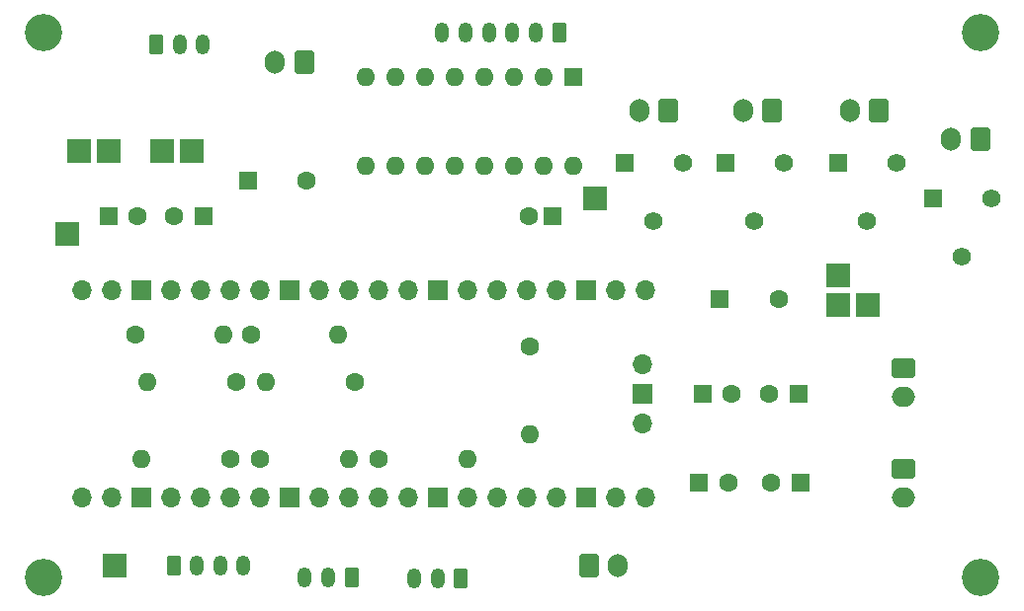
<source format=gbr>
%TF.GenerationSoftware,KiCad,Pcbnew,6.0.11+dfsg-1~bpo11+1*%
%TF.CreationDate,2025-04-08T23:13:56+02:00*%
%TF.ProjectId,Boelgene_v1d1,426f656c-6765-46e6-955f-763164312e6b,rev?*%
%TF.SameCoordinates,Original*%
%TF.FileFunction,Soldermask,Top*%
%TF.FilePolarity,Negative*%
%FSLAX46Y46*%
G04 Gerber Fmt 4.6, Leading zero omitted, Abs format (unit mm)*
G04 Created by KiCad (PCBNEW 6.0.11+dfsg-1~bpo11+1) date 2025-04-08 23:13:56*
%MOMM*%
%LPD*%
G01*
G04 APERTURE LIST*
G04 Aperture macros list*
%AMRoundRect*
0 Rectangle with rounded corners*
0 $1 Rounding radius*
0 $2 $3 $4 $5 $6 $7 $8 $9 X,Y pos of 4 corners*
0 Add a 4 corners polygon primitive as box body*
4,1,4,$2,$3,$4,$5,$6,$7,$8,$9,$2,$3,0*
0 Add four circle primitives for the rounded corners*
1,1,$1+$1,$2,$3*
1,1,$1+$1,$4,$5*
1,1,$1+$1,$6,$7*
1,1,$1+$1,$8,$9*
0 Add four rect primitives between the rounded corners*
20,1,$1+$1,$2,$3,$4,$5,0*
20,1,$1+$1,$4,$5,$6,$7,0*
20,1,$1+$1,$6,$7,$8,$9,0*
20,1,$1+$1,$8,$9,$2,$3,0*%
G04 Aperture macros list end*
%ADD10C,3.200000*%
%ADD11R,2.000000X2.000000*%
%ADD12R,1.600000X1.600000*%
%ADD13C,1.600000*%
%ADD14RoundRect,0.250000X0.600000X0.750000X-0.600000X0.750000X-0.600000X-0.750000X0.600000X-0.750000X0*%
%ADD15O,1.700000X2.000000*%
%ADD16RoundRect,0.250000X-0.600000X-0.750000X0.600000X-0.750000X0.600000X0.750000X-0.600000X0.750000X0*%
%ADD17O,1.600000X1.600000*%
%ADD18O,1.700000X1.700000*%
%ADD19R,1.700000X1.700000*%
%ADD20R,1.560000X1.560000*%
%ADD21C,1.560000*%
%ADD22RoundRect,0.250000X-0.750000X0.600000X-0.750000X-0.600000X0.750000X-0.600000X0.750000X0.600000X0*%
%ADD23O,2.000000X1.700000*%
%ADD24RoundRect,0.250000X0.350000X0.625000X-0.350000X0.625000X-0.350000X-0.625000X0.350000X-0.625000X0*%
%ADD25O,1.200000X1.750000*%
%ADD26RoundRect,0.250000X-0.350000X-0.625000X0.350000X-0.625000X0.350000X0.625000X-0.350000X0.625000X0*%
G04 APERTURE END LIST*
D10*
%TO.C,H1*%
X31496000Y-81280000D03*
%TD*%
D11*
%TO.C,TP7*%
X99568000Y-104648000D03*
%TD*%
D12*
%TO.C,C6*%
X75137400Y-97028000D03*
D13*
X73137400Y-97028000D03*
%TD*%
D14*
%TO.C,J13*%
X53848000Y-83820000D03*
D15*
X51348000Y-83820000D03*
%TD*%
D14*
%TO.C,J3*%
X93957000Y-87901000D03*
D15*
X91457000Y-87901000D03*
%TD*%
D14*
%TO.C,J4*%
X85070000Y-87901000D03*
D15*
X82570000Y-87901000D03*
%TD*%
D16*
%TO.C,J1*%
X78232000Y-127000000D03*
D15*
X80732000Y-127000000D03*
%TD*%
D11*
%TO.C,TP43*%
X33528000Y-98552000D03*
%TD*%
D14*
%TO.C,J5*%
X111760000Y-90424000D03*
D15*
X109260000Y-90424000D03*
%TD*%
D13*
%TO.C,R4*%
X50038000Y-117856000D03*
D17*
X57658000Y-117856000D03*
%TD*%
D18*
%TO.C,U1*%
X34798000Y-121158000D03*
X37338000Y-121158000D03*
D19*
X39878000Y-121158000D03*
D18*
X42418000Y-121158000D03*
X44958000Y-121158000D03*
X47498000Y-121158000D03*
X50038000Y-121158000D03*
D19*
X52578000Y-121158000D03*
D18*
X55118000Y-121158000D03*
X57658000Y-121158000D03*
X60198000Y-121158000D03*
X62738000Y-121158000D03*
D19*
X65278000Y-121158000D03*
D18*
X67818000Y-121158000D03*
X70358000Y-121158000D03*
X72898000Y-121158000D03*
X75438000Y-121158000D03*
D19*
X77978000Y-121158000D03*
D18*
X80518000Y-121158000D03*
X83058000Y-121158000D03*
X83058000Y-103378000D03*
X80518000Y-103378000D03*
D19*
X77978000Y-103378000D03*
D18*
X75438000Y-103378000D03*
X72898000Y-103378000D03*
X70358000Y-103378000D03*
X67818000Y-103378000D03*
D19*
X65278000Y-103378000D03*
D18*
X62738000Y-103378000D03*
X60198000Y-103378000D03*
X57658000Y-103378000D03*
X55118000Y-103378000D03*
D19*
X52578000Y-103378000D03*
D18*
X50038000Y-103378000D03*
X47498000Y-103378000D03*
X44958000Y-103378000D03*
X42418000Y-103378000D03*
D19*
X39878000Y-103378000D03*
D18*
X37338000Y-103378000D03*
X34798000Y-103378000D03*
X82828000Y-114808000D03*
D19*
X82828000Y-112268000D03*
D18*
X82828000Y-109728000D03*
%TD*%
D11*
%TO.C,TP10*%
X41656000Y-91440000D03*
%TD*%
D20*
%TO.C,RV2*%
X89916000Y-92456000D03*
D21*
X92416000Y-97456000D03*
X94916000Y-92456000D03*
%TD*%
D11*
%TO.C,TP3*%
X44196000Y-91440000D03*
%TD*%
%TO.C,TP8*%
X102108000Y-104648000D03*
%TD*%
D20*
%TO.C,RV3*%
X81280000Y-92456000D03*
D21*
X83780000Y-97456000D03*
X86280000Y-92456000D03*
%TD*%
D11*
%TO.C,TP13*%
X37592000Y-127000000D03*
%TD*%
D12*
%TO.C,C9*%
X87694900Y-119888000D03*
D13*
X90194900Y-119888000D03*
%TD*%
D20*
%TO.C,RV4*%
X107696000Y-95504000D03*
D21*
X110196000Y-100504000D03*
X112696000Y-95504000D03*
%TD*%
D22*
%TO.C,J10*%
X105173000Y-110002000D03*
D23*
X105173000Y-112502000D03*
%TD*%
D13*
%TO.C,R3*%
X60198000Y-117856000D03*
D17*
X67818000Y-117856000D03*
%TD*%
D12*
%TO.C,C2*%
X89481600Y-104140000D03*
D13*
X94481600Y-104140000D03*
%TD*%
D12*
%TO.C,C4*%
X49032000Y-93980000D03*
D13*
X54032000Y-93980000D03*
%TD*%
D11*
%TO.C,TP12*%
X99568000Y-102108000D03*
%TD*%
D13*
%TO.C,C5*%
X49276000Y-107188000D03*
D17*
X56776000Y-107188000D03*
%TD*%
D20*
%TO.C,RV1*%
X99568000Y-92456000D03*
D21*
X102068000Y-97456000D03*
X104568000Y-92456000D03*
%TD*%
D11*
%TO.C,TP23*%
X34544000Y-91440000D03*
%TD*%
D13*
%TO.C,R1*%
X58166000Y-111252000D03*
D17*
X50546000Y-111252000D03*
%TD*%
D11*
%TO.C,TP25*%
X37084000Y-91440000D03*
%TD*%
D13*
%TO.C,R2*%
X48006000Y-111252000D03*
D17*
X40386000Y-111252000D03*
%TD*%
D12*
%TO.C,C10*%
X87968900Y-112268000D03*
D13*
X90468900Y-112268000D03*
%TD*%
D10*
%TO.C,H3*%
X111760000Y-81280000D03*
%TD*%
D11*
%TO.C,TP42*%
X78740000Y-95504000D03*
%TD*%
D24*
%TO.C,J8*%
X67278000Y-128058000D03*
D25*
X65278000Y-128058000D03*
X63278000Y-128058000D03*
%TD*%
D26*
%TO.C,J9*%
X41180000Y-82254000D03*
D25*
X43180000Y-82254000D03*
X45180000Y-82254000D03*
%TD*%
D24*
%TO.C,J6*%
X57912000Y-128016000D03*
D25*
X55912000Y-128016000D03*
X53912000Y-128016000D03*
%TD*%
D22*
%TO.C,J11*%
X105173000Y-118638000D03*
D23*
X105173000Y-121138000D03*
%TD*%
D10*
%TO.C,H4*%
X111760000Y-128016000D03*
%TD*%
D14*
%TO.C,J2*%
X103101000Y-87918000D03*
D15*
X100601000Y-87918000D03*
%TD*%
D13*
%TO.C,C3*%
X73152000Y-108204000D03*
D17*
X73152000Y-115704000D03*
%TD*%
D12*
%TO.C,C11*%
X96359800Y-119834000D03*
D13*
X93859800Y-119834000D03*
%TD*%
%TO.C,C1*%
X39430000Y-107188000D03*
D17*
X46930000Y-107188000D03*
%TD*%
D26*
%TO.C,J7*%
X42672000Y-127000000D03*
D25*
X44672000Y-127000000D03*
X46672000Y-127000000D03*
X48672000Y-127000000D03*
%TD*%
D12*
%TO.C,U2*%
X76947000Y-85100000D03*
D17*
X74407000Y-85100000D03*
X71867000Y-85100000D03*
X69327000Y-85100000D03*
X66787000Y-85100000D03*
X64247000Y-85100000D03*
X61707000Y-85100000D03*
X59167000Y-85100000D03*
X59167000Y-92720000D03*
X61707000Y-92720000D03*
X64247000Y-92720000D03*
X66787000Y-92720000D03*
X69327000Y-92720000D03*
X71867000Y-92720000D03*
X74407000Y-92720000D03*
X76947000Y-92720000D03*
%TD*%
D12*
%TO.C,C7*%
X37084000Y-97028000D03*
D13*
X39584000Y-97028000D03*
%TD*%
D12*
%TO.C,C12*%
X96201100Y-112268000D03*
D13*
X93701100Y-112268000D03*
%TD*%
D12*
%TO.C,C8*%
X45212000Y-97028000D03*
D13*
X42712000Y-97028000D03*
%TD*%
%TO.C,R5*%
X47498000Y-117856000D03*
D17*
X39878000Y-117856000D03*
%TD*%
D10*
%TO.C,H2*%
X31496000Y-128016000D03*
%TD*%
D24*
%TO.C,J12*%
X75692000Y-81280000D03*
D25*
X73692000Y-81280000D03*
X71692000Y-81280000D03*
X69692000Y-81280000D03*
X67692000Y-81280000D03*
X65692000Y-81280000D03*
%TD*%
M02*

</source>
